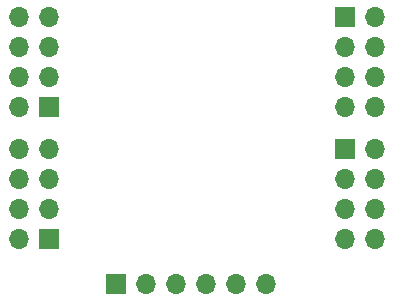
<source format=gbr>
%TF.GenerationSoftware,KiCad,Pcbnew,8.0.3-8.0.3-0~ubuntu22.04.1*%
%TF.CreationDate,2024-07-16T20:39:52+09:00*%
%TF.ProjectId,PCA9685_ver3,50434139-3638-4355-9f76-6572332e6b69,rev?*%
%TF.SameCoordinates,Original*%
%TF.FileFunction,Soldermask,Bot*%
%TF.FilePolarity,Negative*%
%FSLAX46Y46*%
G04 Gerber Fmt 4.6, Leading zero omitted, Abs format (unit mm)*
G04 Created by KiCad (PCBNEW 8.0.3-8.0.3-0~ubuntu22.04.1) date 2024-07-16 20:39:52*
%MOMM*%
%LPD*%
G01*
G04 APERTURE LIST*
%ADD10R,1.700000X1.700000*%
%ADD11O,1.700000X1.700000*%
G04 APERTURE END LIST*
D10*
%TO.C,J2*%
X140900000Y-90250000D03*
D11*
X143440000Y-90250000D03*
X145980000Y-90250000D03*
X148520000Y-90250000D03*
X151060000Y-90250000D03*
X153600000Y-90250000D03*
%TD*%
D10*
%TO.C,J6*%
X135250000Y-86450000D03*
D11*
X132710000Y-86450000D03*
X135250000Y-83910000D03*
X132710000Y-83910000D03*
X135250000Y-81370000D03*
X132710000Y-81370000D03*
X135250000Y-78830000D03*
X132710000Y-78830000D03*
%TD*%
D10*
%TO.C,J1*%
X135250000Y-75250000D03*
D11*
X132710000Y-75250000D03*
X135250000Y-72710000D03*
X132710000Y-72710000D03*
X135250000Y-70170000D03*
X132710000Y-70170000D03*
X135250000Y-67630000D03*
X132710000Y-67630000D03*
%TD*%
D10*
%TO.C,J4*%
X160250000Y-67630000D03*
D11*
X162790000Y-67630000D03*
X160250000Y-70170000D03*
X162790000Y-70170000D03*
X160250000Y-72710000D03*
X162790000Y-72710000D03*
X160250000Y-75250000D03*
X162790000Y-75250000D03*
%TD*%
D10*
%TO.C,J3*%
X160250000Y-78830000D03*
D11*
X162790000Y-78830000D03*
X160250000Y-81370000D03*
X162790000Y-81370000D03*
X160250000Y-83910000D03*
X162790000Y-83910000D03*
X160250000Y-86450000D03*
X162790000Y-86450000D03*
%TD*%
M02*

</source>
